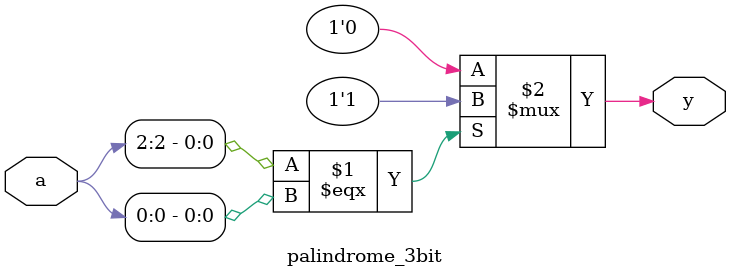
<source format=v>
module palindrome_3bit(a,y);
  input [2:0]a;
  output y;
  assign y=(a[2]===a[0])?1'b1:1'b0;/*=== is used because if x and z is given then it should compare and give as input 1 and 0 but if we give == it will give x value */
endmodule 
  
</source>
